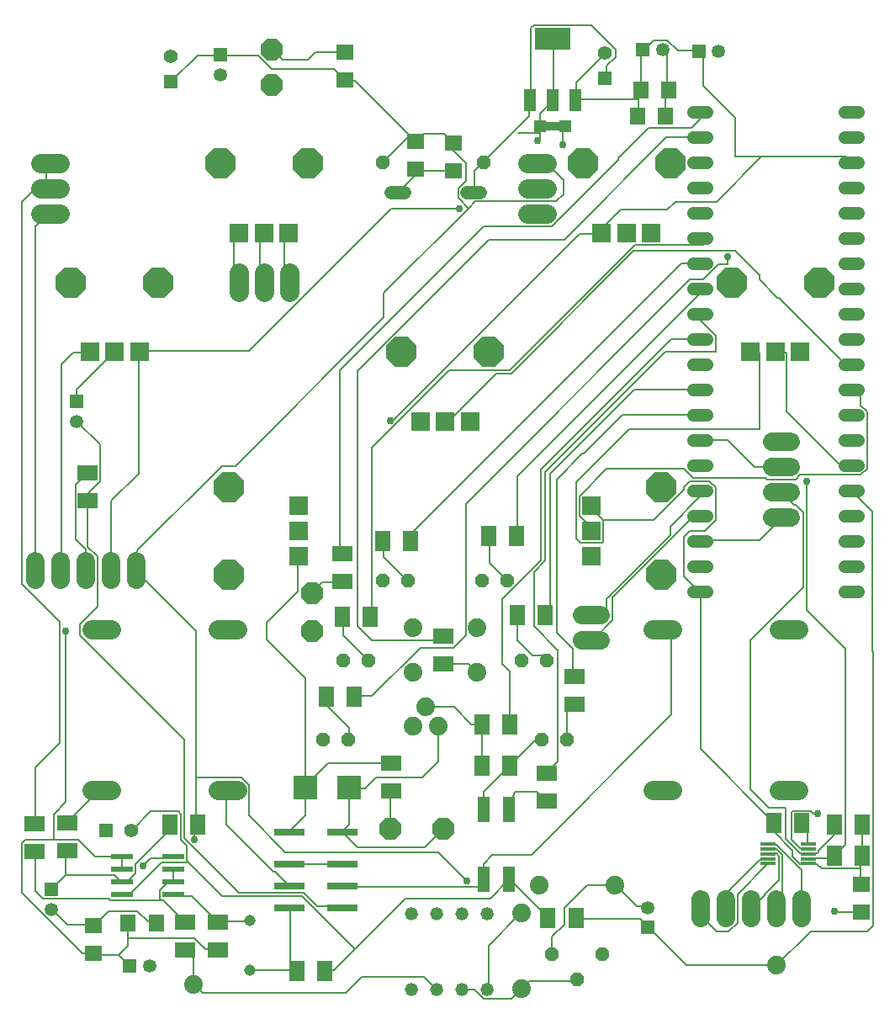
<source format=gbr>
G04 EAGLE Gerber X2 export*
%TF.Part,Single*%
%TF.FileFunction,Copper,L1,Top,Mixed*%
%TF.FilePolarity,Positive*%
%TF.GenerationSoftware,Autodesk,EAGLE,9.2.2*%
%TF.CreationDate,2019-04-19T13:44:04Z*%
G75*
%MOMM*%
%FSLAX34Y34*%
%LPD*%
%INTop Copper*%
%AMOC8*
5,1,8,0,0,1.08239X$1,22.5*%
G01*
%ADD10P,2.336880X8X202.500000*%
%ADD11R,1.350000X1.350000*%
%ADD12C,1.350000*%
%ADD13R,1.800000X1.600000*%
%ADD14R,1.600000X1.800000*%
%ADD15R,2.400000X2.400000*%
%ADD16C,1.408000*%
%ADD17R,1.408000X1.408000*%
%ADD18C,1.950000*%
%ADD19R,3.100000X0.800000*%
%ADD20R,1.270000X2.540000*%
%ADD21P,2.336880X8X22.500000*%
%ADD22R,2.000000X1.600000*%
%ADD23R,1.600000X2.000000*%
%ADD24C,1.308000*%
%ADD25R,1.879600X1.879600*%
%ADD26P,3.247170X8X292.500000*%
%ADD27P,3.247170X8X22.500000*%
%ADD28P,3.247170X8X202.500000*%
%ADD29R,1.524000X0.330200*%
%ADD30R,1.270000X1.270000*%
%ADD31C,0.812800*%
%ADD32R,1.219200X2.235200*%
%ADD33R,3.600000X2.200000*%
%ADD34P,1.429621X8X202.500000*%
%ADD35C,1.879600*%
%ADD36C,1.955800*%
%ADD37C,1.879600*%
%ADD38R,2.200000X0.600000*%
%ADD39C,1.143000*%
%ADD40C,1.320800*%
%ADD41P,1.429621X8X22.500000*%
%ADD42C,1.320800*%
%ADD43C,0.152400*%
%ADD44C,0.756400*%
%ADD45C,0.203200*%


D10*
X267672Y964694D03*
X267672Y928475D03*
D11*
X697770Y962330D03*
D12*
X717770Y962330D03*
D13*
X412595Y872038D03*
X412595Y844038D03*
X450737Y870599D03*
X450737Y842599D03*
D14*
X636299Y897536D03*
X664299Y897536D03*
X639425Y923765D03*
X667425Y923765D03*
D11*
X641639Y964091D03*
D12*
X661639Y964091D03*
D11*
X216194Y959020D03*
D12*
X216194Y939020D03*
D13*
X861632Y96183D03*
X861632Y124183D03*
D15*
X302066Y221866D03*
X346066Y221866D03*
D16*
X603556Y960896D03*
D17*
X603556Y935496D03*
D16*
X166692Y957507D03*
D17*
X166692Y932107D03*
D18*
X106250Y218850D02*
X86750Y218850D01*
X86750Y381150D02*
X106250Y381150D01*
X213750Y218850D02*
X233250Y218850D01*
X233250Y381150D02*
X213750Y381150D01*
D19*
X285941Y176872D03*
X285941Y144872D03*
X285941Y122872D03*
X285941Y100872D03*
X338941Y176872D03*
X338941Y144872D03*
X338941Y122872D03*
X338941Y100872D03*
D20*
X506899Y199394D03*
X481499Y199394D03*
X481499Y129394D03*
X506899Y129394D03*
D10*
X308500Y379478D03*
D21*
X308500Y417580D03*
D18*
X778750Y381150D02*
X798250Y381150D01*
X798250Y218850D02*
X778750Y218850D01*
X671250Y381150D02*
X651750Y381150D01*
X651750Y218850D02*
X671250Y218850D01*
D22*
X440330Y346012D03*
X440330Y374012D03*
X572942Y333354D03*
X572942Y305354D03*
D23*
X543071Y395345D03*
X515071Y395345D03*
X514224Y474884D03*
X486224Y474884D03*
X408047Y470244D03*
X380047Y470244D03*
D22*
X387866Y218297D03*
X387866Y246297D03*
D23*
X507599Y243633D03*
X479599Y243633D03*
X479612Y285242D03*
X507612Y285242D03*
D22*
X544610Y208286D03*
X544610Y236286D03*
X339206Y429029D03*
X339206Y457029D03*
X82949Y510767D03*
X82949Y538767D03*
D23*
X862692Y184359D03*
X834692Y184359D03*
X862517Y153087D03*
X834517Y153087D03*
X773725Y186046D03*
X801725Y186046D03*
D13*
X341487Y962099D03*
X341487Y934099D03*
D24*
X692260Y901700D02*
X705340Y901700D01*
X705340Y876300D02*
X692260Y876300D01*
X692260Y850900D02*
X705340Y850900D01*
X705340Y825500D02*
X692260Y825500D01*
X692260Y800100D02*
X705340Y800100D01*
X705340Y774700D02*
X692260Y774700D01*
X692260Y749300D02*
X705340Y749300D01*
X705340Y723900D02*
X692260Y723900D01*
X692260Y698500D02*
X705340Y698500D01*
X705340Y673100D02*
X692260Y673100D01*
X692260Y647700D02*
X705340Y647700D01*
X705340Y622300D02*
X692260Y622300D01*
X692260Y596900D02*
X705340Y596900D01*
X705340Y571500D02*
X692260Y571500D01*
X692260Y546100D02*
X705340Y546100D01*
X705340Y520700D02*
X692260Y520700D01*
X692260Y495300D02*
X705340Y495300D01*
X705340Y469900D02*
X692260Y469900D01*
X692260Y444500D02*
X705340Y444500D01*
X705340Y419100D02*
X692260Y419100D01*
X844660Y901700D02*
X857740Y901700D01*
X857740Y876300D02*
X844660Y876300D01*
X844660Y850900D02*
X857740Y850900D01*
X857740Y825500D02*
X844660Y825500D01*
X844660Y800100D02*
X857740Y800100D01*
X857740Y774700D02*
X844660Y774700D01*
X844660Y749300D02*
X857740Y749300D01*
X857740Y723900D02*
X844660Y723900D01*
X844660Y698500D02*
X857740Y698500D01*
X857740Y673100D02*
X844660Y673100D01*
X844660Y647700D02*
X857740Y647700D01*
X857740Y622300D02*
X844660Y622300D01*
X844660Y596900D02*
X857740Y596900D01*
X857740Y571500D02*
X844660Y571500D01*
X844660Y546100D02*
X857740Y546100D01*
X857740Y520700D02*
X844660Y520700D01*
X844660Y495300D02*
X857740Y495300D01*
X857740Y469900D02*
X844660Y469900D01*
X844660Y444500D02*
X857740Y444500D01*
X857740Y419100D02*
X844660Y419100D01*
D25*
X750000Y660000D03*
X775000Y660000D03*
X800000Y660000D03*
D26*
X731000Y730000D03*
X819000Y730000D03*
D25*
X295000Y455000D03*
X295000Y480000D03*
X295000Y505000D03*
D27*
X225000Y436000D03*
X225000Y524000D03*
D25*
X600000Y780000D03*
X625000Y780000D03*
X650000Y780000D03*
D26*
X581000Y850000D03*
X669000Y850000D03*
D25*
X590000Y505000D03*
X590000Y480000D03*
X590000Y455000D03*
D28*
X660000Y524000D03*
X660000Y436000D03*
D25*
X417500Y590000D03*
X442500Y590000D03*
X467500Y590000D03*
D26*
X398500Y660000D03*
X486500Y660000D03*
D29*
X808423Y145206D03*
X808423Y150032D03*
X808423Y155112D03*
X808423Y160192D03*
X808423Y165018D03*
X767783Y165018D03*
X767783Y160192D03*
X767783Y155112D03*
X767783Y150032D03*
X767783Y145206D03*
D25*
X85000Y660000D03*
X110000Y660000D03*
X135000Y660000D03*
D26*
X66000Y730000D03*
X154000Y730000D03*
D30*
X537690Y887107D03*
X563090Y887107D03*
D31*
X537690Y887107D01*
D32*
X527613Y913320D03*
X550727Y913320D03*
X573841Y913320D03*
D33*
X550727Y975298D03*
D34*
X405200Y430000D03*
X379800Y430000D03*
X505200Y430000D03*
X479800Y430000D03*
X545200Y350000D03*
X519800Y350000D03*
X565200Y270000D03*
X539800Y270000D03*
D23*
X367462Y393482D03*
X339462Y393482D03*
X350787Y313218D03*
X322787Y313218D03*
D34*
X365200Y350000D03*
X339800Y350000D03*
X345200Y270000D03*
X319800Y270000D03*
D35*
X30000Y430602D02*
X30000Y449398D01*
X55400Y449398D02*
X55400Y430602D01*
X80800Y430602D02*
X80800Y449398D01*
X106200Y449398D02*
X106200Y430602D01*
X131600Y430602D02*
X131600Y449398D01*
D36*
X54887Y799030D02*
X35329Y799030D01*
X35329Y824430D02*
X54887Y824430D01*
X54887Y849830D02*
X35329Y849830D01*
X525329Y799030D02*
X544887Y799030D01*
X544887Y824430D02*
X525329Y824430D01*
X525329Y849830D02*
X544887Y849830D01*
X285908Y739891D02*
X285908Y720333D01*
X260508Y720333D02*
X260508Y739891D01*
X235108Y739891D02*
X235108Y720333D01*
D25*
X235000Y780000D03*
X260000Y780000D03*
X285000Y780000D03*
D26*
X216000Y850000D03*
X304000Y850000D03*
D37*
X475012Y382606D03*
X409988Y382606D03*
X475012Y337394D03*
X409988Y337394D03*
D23*
X193342Y184719D03*
X165342Y184719D03*
D22*
X62093Y185973D03*
X62093Y157973D03*
D11*
X46555Y119279D03*
D12*
X46555Y99279D03*
D16*
X126508Y178437D03*
D17*
X101108Y178437D03*
D11*
X125012Y42305D03*
D12*
X145012Y42305D03*
D13*
X88787Y54753D03*
X88787Y82753D03*
D14*
X123599Y85679D03*
X151599Y85679D03*
D38*
X116899Y139581D03*
X168899Y139581D03*
X116899Y152281D03*
X116899Y126881D03*
X116899Y114181D03*
X168899Y152281D03*
X168899Y126881D03*
X168899Y114181D03*
D39*
X245740Y37760D03*
X245740Y87760D03*
D22*
X213937Y86198D03*
X213937Y58198D03*
D23*
X293606Y36948D03*
X321606Y36948D03*
D11*
X646719Y80837D03*
D12*
X646719Y100837D03*
D23*
X546127Y90316D03*
X574127Y90316D03*
D22*
X180608Y58405D03*
X180608Y86405D03*
X29055Y185092D03*
X29055Y157092D03*
D35*
X700000Y109398D02*
X700000Y90602D01*
X725400Y90602D02*
X725400Y109398D01*
X750800Y109398D02*
X750800Y90602D01*
X776200Y90602D02*
X776200Y109398D01*
X801600Y109398D02*
X801600Y90602D01*
D21*
X387296Y179972D03*
X440846Y179972D03*
D37*
X410439Y283600D03*
X423139Y302650D03*
X435839Y283600D03*
D11*
X71819Y610452D03*
D12*
X71819Y590452D03*
D35*
X580602Y370000D02*
X599398Y370000D01*
X599398Y395400D02*
X580602Y395400D01*
X771413Y569697D02*
X790209Y569697D01*
X790209Y544297D02*
X771413Y544297D01*
X771413Y518897D02*
X790209Y518897D01*
X790209Y493497D02*
X771413Y493497D01*
D40*
X477909Y820399D02*
X464701Y820399D01*
X401709Y820399D02*
X388501Y820399D01*
D41*
X379963Y851035D03*
X481563Y851035D03*
D37*
X519471Y19117D03*
X519471Y95317D03*
X536973Y123897D03*
X613173Y123897D03*
D41*
X549607Y54011D03*
X600407Y54011D03*
X575007Y28611D03*
D42*
X484730Y18736D03*
X459330Y18736D03*
X459330Y94936D03*
X484730Y94936D03*
X433930Y18736D03*
X408530Y18736D03*
X433930Y94936D03*
X408530Y94936D03*
D37*
X189670Y23816D03*
X776054Y42886D03*
D43*
X167640Y150876D02*
X146304Y150876D01*
X138684Y143256D01*
X167640Y150876D02*
X168899Y152281D01*
X192024Y231648D02*
X192024Y379476D01*
X192024Y231648D02*
X192024Y185928D01*
X192024Y379476D02*
X132588Y438912D01*
X192024Y185928D02*
X193342Y184719D01*
X132588Y438912D02*
X131600Y440000D01*
X190500Y182880D02*
X190500Y169164D01*
X190500Y182880D02*
X192024Y184404D01*
X193342Y184719D01*
X420084Y879526D02*
X441589Y879526D01*
X420084Y879526D02*
X412595Y872038D01*
X411480Y873252D02*
X409956Y874776D01*
X411480Y873252D02*
X412595Y872038D01*
X217932Y545592D02*
X132588Y460248D01*
X381000Y694944D02*
X381000Y719328D01*
D44*
X138684Y143256D03*
X190500Y169164D03*
D43*
X554556Y811517D02*
X561675Y818635D01*
X561675Y832913D01*
X552314Y842273D01*
X132588Y440988D02*
X131600Y440000D01*
X132588Y440988D02*
X132588Y460248D01*
X381000Y719328D02*
X466344Y804672D01*
X473189Y811517D01*
X554556Y811517D01*
X193548Y958596D02*
X167640Y932688D01*
X166692Y932107D01*
X539831Y842273D02*
X552314Y842273D01*
X539831Y842273D02*
X535108Y849830D01*
X231648Y545592D02*
X217932Y545592D01*
X231648Y545592D02*
X381000Y694944D01*
X214884Y958596D02*
X193548Y958596D01*
X214884Y958596D02*
X216194Y959020D01*
X341376Y934212D02*
X341487Y934099D01*
X342900Y932688D02*
X352044Y932688D01*
X406908Y877824D02*
X409956Y874776D01*
X406908Y877824D02*
X352044Y932688D01*
X409956Y874776D02*
X412595Y872038D01*
X406908Y877824D02*
X381000Y851916D01*
X379963Y851035D01*
X406908Y877824D02*
X412595Y872038D01*
X254508Y958596D02*
X216408Y958596D01*
X254508Y958596D02*
X268224Y944880D01*
X330708Y944880D01*
X216408Y958596D02*
X216194Y959020D01*
X435864Y156972D02*
X464820Y128016D01*
X435864Y156972D02*
X281940Y156972D01*
X245364Y193548D01*
X245364Y224028D01*
X237744Y231648D01*
X192024Y231648D01*
X451104Y862584D02*
X451104Y870204D01*
X451104Y862584D02*
X463296Y850392D01*
X463296Y832104D01*
X455676Y824484D01*
X455676Y815340D01*
X466344Y804672D01*
X451104Y870204D02*
X450737Y870599D01*
D44*
X464820Y128016D03*
D45*
X342900Y932688D02*
X330708Y944880D01*
X441589Y879526D02*
X450911Y870204D01*
X451104Y870204D01*
X342898Y932688D02*
X341487Y934099D01*
X342898Y932688D02*
X342900Y932688D01*
D43*
X699516Y470916D02*
X758952Y470916D01*
X780288Y492252D01*
X699516Y470916D02*
X698800Y469900D01*
X780288Y492252D02*
X780811Y493497D01*
X507492Y338328D02*
X507492Y286512D01*
X507492Y338328D02*
X499872Y345948D01*
X499872Y411480D01*
X538560Y450168D01*
X507492Y286512D02*
X507612Y285242D01*
X670223Y673100D02*
X698800Y673100D01*
X538560Y541436D02*
X538560Y450168D01*
X538560Y541436D02*
X670223Y673100D01*
X531876Y384048D02*
X556074Y359850D01*
X531876Y384048D02*
X531876Y438912D01*
X543113Y450149D01*
X543113Y539058D01*
X663998Y659943D01*
X714756Y659943D01*
X556074Y359850D02*
X556074Y247750D01*
X544610Y236286D01*
X699516Y691896D02*
X699516Y697992D01*
X699516Y691896D02*
X714756Y676656D01*
X714756Y659943D01*
X699516Y697992D02*
X698800Y698500D01*
X466344Y345948D02*
X440436Y345948D01*
X466344Y345948D02*
X473964Y338328D01*
X440436Y345948D02*
X440330Y346012D01*
X473964Y338328D02*
X475012Y337394D01*
X338328Y428244D02*
X318516Y428244D01*
X309372Y419100D01*
X338328Y428244D02*
X339206Y429029D01*
X309372Y419100D02*
X308500Y417580D01*
X286512Y38100D02*
X246888Y38100D01*
X286512Y38100D02*
X292608Y38100D01*
X293606Y36948D01*
X246888Y38100D02*
X245740Y37760D01*
X286512Y38100D02*
X286512Y100584D01*
X285941Y100872D01*
X286512Y38100D02*
X293606Y36948D01*
X313944Y102108D02*
X338328Y102108D01*
X313944Y102108D02*
X300228Y115824D01*
X234696Y115824D01*
X179832Y170688D01*
X179832Y269748D01*
X338328Y102108D02*
X338941Y100872D01*
X82949Y463773D02*
X82949Y510767D01*
X82949Y463773D02*
X92484Y454238D01*
X92484Y403906D01*
X74714Y386136D01*
X74714Y374866D01*
X179832Y269748D01*
X82949Y510767D02*
X82949Y517534D01*
X95235Y529820D01*
X95235Y567036D01*
X71819Y590452D01*
X387296Y217726D02*
X387296Y179972D01*
X387296Y217726D02*
X387866Y218297D01*
X345948Y220980D02*
X345948Y184404D01*
X339852Y178308D01*
X345948Y220980D02*
X346066Y221866D01*
X339852Y178308D02*
X338941Y176872D01*
X363087Y221866D02*
X372849Y231628D01*
X419507Y231628D01*
X354596Y161217D02*
X338941Y176872D01*
X422092Y161217D02*
X440846Y179972D01*
X422092Y161217D02*
X354596Y161217D01*
X419507Y231628D02*
X435839Y247960D01*
X435839Y283600D01*
D45*
X363087Y221866D02*
X362201Y220980D01*
X345948Y220980D01*
D43*
X480060Y243840D02*
X480060Y284988D01*
X480060Y243840D02*
X479599Y243633D01*
X480060Y284988D02*
X479612Y285242D01*
X468818Y285242D01*
X451409Y302650D02*
X423139Y302650D01*
X451409Y302650D02*
X468818Y285242D01*
X512614Y217932D02*
X534305Y217932D01*
X544610Y208286D01*
X512614Y217932D02*
X506899Y199394D01*
X284988Y123444D02*
X271272Y137160D01*
X269748Y137160D01*
X222504Y184404D01*
X222504Y217932D01*
X284988Y123444D02*
X285941Y122872D01*
X222504Y217932D02*
X223500Y218850D01*
X339852Y121920D02*
X478970Y121920D01*
X481499Y129394D01*
X339852Y121920D02*
X338941Y122872D01*
X670560Y295129D02*
X670560Y381000D01*
X670560Y295129D02*
X529555Y154124D01*
X489684Y154124D01*
X661500Y381150D02*
X670560Y381000D01*
X489684Y154124D02*
X481499Y145105D01*
X481499Y129394D01*
X330708Y38100D02*
X323088Y38100D01*
X330708Y38100D02*
X352044Y59436D01*
X323088Y38100D02*
X321606Y36948D01*
X413004Y842772D02*
X449580Y842772D01*
X413004Y842772D02*
X412595Y844038D01*
X449580Y842772D02*
X450737Y842599D01*
X88392Y83820D02*
X62484Y83820D01*
X47244Y99060D01*
X88392Y83820D02*
X88787Y82753D01*
X47244Y99060D02*
X46555Y99279D01*
X143256Y86868D02*
X150876Y86868D01*
X143256Y86868D02*
X132588Y97536D01*
X103632Y97536D01*
X89916Y83820D01*
X150876Y86868D02*
X151599Y85679D01*
X89916Y83820D02*
X88787Y82753D01*
X62484Y187452D02*
X94488Y219456D01*
X62484Y187452D02*
X62093Y185973D01*
X94488Y219456D02*
X96500Y218850D01*
X117348Y114300D02*
X124968Y114300D01*
X156972Y146304D01*
X181356Y146304D01*
X182880Y147828D01*
X182880Y163068D01*
X176784Y169164D01*
X176784Y195072D01*
X173736Y198120D01*
X146304Y198120D01*
X128016Y179832D01*
X117348Y114300D02*
X116899Y114181D01*
X126508Y178437D02*
X128016Y179832D01*
X298704Y112776D02*
X352044Y59436D01*
X298704Y112776D02*
X217932Y112776D01*
X182880Y147828D01*
X835064Y96183D02*
X861632Y96183D01*
X835064Y96183D02*
X834215Y97033D01*
D44*
X834215Y97033D03*
D43*
X700000Y100000D02*
X700000Y92984D01*
X728032Y76710D02*
X737084Y85762D01*
X728032Y76710D02*
X716274Y76710D01*
X700000Y92984D01*
X737084Y114507D02*
X767783Y145206D01*
X737084Y114507D02*
X737084Y85762D01*
X551688Y914400D02*
X551688Y973836D01*
X550727Y975298D01*
X537690Y887107D02*
X537690Y880757D01*
X537690Y874406D01*
X535845Y872562D01*
D44*
X535845Y872562D03*
D43*
X537690Y900283D02*
X550727Y913320D01*
X537690Y900283D02*
X537690Y887107D01*
X537690Y886746D01*
X450909Y842772D02*
X450737Y842599D01*
X515783Y880757D02*
X537690Y880757D01*
X272437Y928475D02*
X267672Y928475D01*
X402869Y110261D02*
X352044Y59436D01*
X487767Y110261D02*
X506899Y129394D01*
X487767Y110261D02*
X402869Y110261D01*
X80800Y440000D02*
X80800Y461611D01*
X70663Y471748D02*
X70663Y526481D01*
X70663Y471748D02*
X80800Y461611D01*
X70663Y526481D02*
X82949Y538767D01*
X507492Y129540D02*
X545592Y91440D01*
X546127Y90316D01*
X507492Y129540D02*
X506899Y129394D01*
X411480Y836676D02*
X411480Y842772D01*
X411480Y836676D02*
X396240Y821436D01*
X411480Y842772D02*
X412595Y844038D01*
X396240Y821436D02*
X395105Y820399D01*
D45*
X550727Y913320D02*
X551688Y914281D01*
X551688Y914400D01*
D43*
X664464Y922020D02*
X664464Y897636D01*
X664464Y922020D02*
X665988Y923544D01*
X664464Y897636D02*
X664299Y897536D01*
X665988Y923544D02*
X667425Y923765D01*
X665988Y925068D02*
X665988Y960120D01*
X662940Y963168D01*
X665988Y925068D02*
X667425Y923765D01*
X662940Y963168D02*
X661639Y964091D01*
X563090Y887107D02*
X560842Y884860D01*
X560842Y868664D01*
D44*
X560842Y868664D03*
D43*
X539800Y270000D02*
X533966Y270000D01*
X507599Y243633D01*
D44*
X817347Y195489D03*
D43*
X792778Y198332D02*
X791439Y196993D01*
X807534Y161081D02*
X808423Y160192D01*
X807534Y161081D02*
X799856Y161081D01*
X792778Y198332D02*
X810672Y198332D01*
X813515Y195489D01*
X817347Y195489D01*
X791439Y169498D02*
X799856Y161081D01*
X791439Y169498D02*
X791439Y196993D01*
X481499Y199394D02*
X481499Y217534D01*
X507599Y243633D01*
X341376Y961644D02*
X312420Y961644D01*
X304800Y954024D01*
X278892Y954024D01*
X268224Y964692D01*
X341376Y961644D02*
X341487Y962099D01*
X268224Y964692D02*
X267672Y964694D01*
X800100Y144780D02*
X807720Y144780D01*
X800100Y144780D02*
X792480Y152400D01*
X792480Y158496D01*
X774192Y176784D01*
X774192Y185928D01*
X807720Y144780D02*
X808423Y145206D01*
X774192Y185928D02*
X773725Y186046D01*
X809244Y144780D02*
X816864Y144780D01*
X809244Y144780D02*
X808423Y145206D01*
X758952Y582168D02*
X758952Y659892D01*
X750000Y660000D01*
X618967Y803148D02*
X600000Y784181D01*
X600000Y780000D01*
X618967Y803148D02*
X665988Y803148D01*
X674206Y811366D01*
X715862Y811366D01*
X760984Y856488D01*
X301752Y220980D02*
X301752Y193548D01*
X286512Y178308D01*
X301752Y220980D02*
X302066Y221866D01*
X286512Y178308D02*
X285941Y176872D01*
X301752Y223215D02*
X301752Y331911D01*
X301752Y223215D02*
X301752Y222504D01*
X262952Y387920D02*
X294132Y419100D01*
X262952Y387920D02*
X262952Y370711D01*
X301752Y331911D01*
X301752Y222504D02*
X302066Y221866D01*
X577596Y778764D02*
X603504Y778764D01*
X600000Y780000D01*
X861060Y152400D02*
X861060Y140208D01*
X861060Y124192D01*
X861632Y124183D01*
X861060Y152400D02*
X862517Y153087D01*
X862584Y153924D02*
X862584Y182880D01*
X862692Y184359D01*
X862584Y153924D02*
X862517Y153087D01*
X861060Y140208D02*
X821436Y140208D01*
X816864Y144780D01*
X574548Y914400D02*
X574548Y931164D01*
X603504Y960120D01*
X603556Y960896D01*
X637032Y922020D02*
X637032Y914400D01*
X637032Y897636D01*
X637032Y922020D02*
X638556Y923544D01*
X637032Y897636D02*
X636299Y897536D01*
X638556Y923544D02*
X639425Y923765D01*
X676656Y963168D02*
X697678Y963168D01*
X676656Y963168D02*
X665988Y973836D01*
X652272Y973836D01*
X643128Y964692D01*
X697678Y963168D02*
X697770Y962330D01*
X643128Y964692D02*
X641639Y964091D01*
X640080Y961644D02*
X640080Y925068D01*
X640080Y961644D02*
X641604Y963168D01*
X640080Y925068D02*
X639425Y923765D01*
X641604Y963168D02*
X641639Y964091D01*
X637032Y914400D02*
X574548Y914400D01*
X573841Y913320D01*
X702564Y928116D02*
X702564Y962111D01*
X702564Y928116D02*
X734568Y896112D01*
X734568Y856488D01*
X702564Y962111D02*
X697770Y962330D01*
X734568Y856488D02*
X760984Y856488D01*
X387866Y246297D02*
X324833Y246297D01*
X301752Y223215D01*
X627888Y582168D02*
X758952Y582168D01*
X627888Y582168D02*
X574548Y528828D01*
X699516Y419100D02*
X699516Y260604D01*
X772668Y187452D01*
X699516Y419100D02*
X698800Y419100D01*
X772668Y187452D02*
X773725Y186046D01*
X591312Y501396D02*
X591312Y504444D01*
X591312Y501396D02*
X601980Y490728D01*
X601980Y469392D01*
X600456Y467868D01*
X579120Y467868D01*
X574548Y472440D01*
X574548Y528828D01*
X590000Y505000D02*
X591312Y504444D01*
X601980Y490728D02*
X652272Y490728D01*
X682752Y521208D01*
X682752Y524256D01*
X688848Y530352D01*
X708660Y530352D01*
X714756Y524256D01*
X714756Y490728D01*
X704088Y480060D01*
X688848Y480060D01*
X682752Y473964D01*
X682752Y434340D01*
X697992Y419100D01*
X294132Y419100D02*
X294132Y454152D01*
X295000Y455000D01*
X390144Y591312D02*
X577596Y778764D01*
X390144Y591312D02*
X387096Y591312D01*
D44*
X387096Y591312D03*
D43*
X845612Y856488D02*
X851200Y850900D01*
X845612Y856488D02*
X760984Y856488D01*
D45*
X698800Y419100D02*
X697992Y419100D01*
D43*
X767783Y165018D02*
X768209Y164592D01*
X801600Y138969D02*
X801600Y100000D01*
X775977Y164592D02*
X768209Y164592D01*
X775977Y164592D02*
X801600Y138969D01*
X781812Y153924D02*
X775716Y160020D01*
X776200Y108447D02*
X776200Y100000D01*
X776200Y108447D02*
X781812Y114059D01*
X781812Y153924D01*
X775716Y160020D02*
X767955Y160020D01*
X767783Y160192D01*
X768096Y155448D02*
X775716Y155448D01*
X778764Y152400D01*
X778764Y128486D01*
X767783Y155112D02*
X768096Y155448D01*
X778764Y128486D02*
X764516Y114238D01*
X764516Y113716D01*
X750800Y100000D01*
X724984Y100416D02*
X724984Y114911D01*
X724984Y100416D02*
X725400Y100000D01*
X767103Y149352D02*
X767783Y150032D01*
X767103Y149352D02*
X759425Y149352D01*
X724984Y114911D01*
X785401Y170147D02*
X800100Y155448D01*
X785401Y170147D02*
X785401Y201776D01*
X833628Y182880D02*
X833628Y173736D01*
X818388Y158496D01*
X818388Y156972D01*
X816864Y155448D01*
X809244Y155448D01*
X833628Y182880D02*
X834692Y184359D01*
X809244Y155448D02*
X808423Y155112D01*
X808087Y155448D02*
X800100Y155448D01*
X808087Y155448D02*
X808423Y155112D01*
X785401Y201776D02*
X768123Y201776D01*
X749808Y220091D01*
X749808Y370332D01*
X794004Y505968D02*
X781812Y518160D01*
X794004Y505968D02*
X795528Y505968D01*
X803148Y498348D01*
X803148Y423672D01*
X749808Y370332D01*
X781812Y518160D02*
X780811Y518897D01*
X809244Y150876D02*
X808423Y150032D01*
X809244Y150876D02*
X832104Y150876D01*
X833628Y152400D01*
X834517Y153087D02*
X845820Y164390D01*
X845820Y361188D01*
X806196Y400812D01*
X806196Y530352D01*
D44*
X806196Y530352D03*
D43*
X754151Y544297D02*
X726948Y571500D01*
X754151Y544297D02*
X780811Y544297D01*
X726948Y571500D02*
X698800Y571500D01*
D45*
X834517Y153087D02*
X833830Y152400D01*
X833628Y152400D01*
D43*
X698800Y495300D02*
X693420Y495300D01*
X611124Y413004D01*
X611124Y390144D01*
X591312Y370332D01*
X590000Y370000D01*
X591312Y396240D02*
X605028Y396240D01*
X591312Y396240D02*
X590000Y395400D01*
X697992Y513588D02*
X697992Y519684D01*
X697992Y513588D02*
X669036Y484632D01*
X669036Y475488D01*
X605028Y411480D01*
X605028Y396240D01*
X697992Y519684D02*
X698800Y520700D01*
X605028Y396240D02*
X590000Y395400D01*
X786384Y600456D02*
X786384Y659892D01*
X775000Y660000D01*
X839724Y547116D02*
X861060Y547116D01*
X839724Y547116D02*
X786384Y600456D01*
X851200Y546100D02*
X861060Y547116D01*
X861060Y606552D02*
X861060Y623316D01*
X861060Y606552D02*
X867156Y600456D01*
X867156Y542544D01*
X861060Y536448D01*
X800100Y536448D01*
X795528Y531876D01*
X851200Y622300D02*
X861060Y623316D01*
X589788Y483108D02*
X589788Y480060D01*
X589788Y483108D02*
X577596Y495300D01*
X577596Y515112D01*
X605028Y542544D01*
X682752Y542544D01*
X691896Y533400D01*
X765048Y533400D01*
X766572Y531876D01*
X795528Y531876D01*
X590000Y480000D02*
X589788Y480060D01*
X777240Y714756D02*
X778764Y714756D01*
X777240Y714756D02*
X758952Y733044D01*
X758952Y737616D01*
X734568Y762000D01*
X632460Y762000D01*
X509016Y638556D01*
X845820Y647700D02*
X851200Y647700D01*
X845820Y647700D02*
X778764Y714756D01*
X446532Y591312D02*
X443484Y591312D01*
X446532Y591312D02*
X493776Y638556D01*
X509016Y638556D01*
X443484Y591312D02*
X442500Y590000D01*
X698800Y895322D02*
X698800Y901700D01*
X698800Y895322D02*
X699525Y894597D01*
X336804Y641604D02*
X336804Y460248D01*
X336804Y641604D02*
X481584Y786384D01*
X550164Y786384D01*
X617220Y853440D01*
X617220Y854964D01*
X647700Y885444D01*
X690372Y885444D01*
X699525Y894597D01*
X338328Y458724D02*
X338328Y457200D01*
X338328Y458724D02*
X336804Y460248D01*
X338328Y457200D02*
X339206Y457029D01*
X436650Y370332D02*
X440330Y374012D01*
X436650Y370332D02*
X368808Y370332D01*
X354717Y384423D01*
X354717Y641229D01*
X486615Y773127D02*
X562232Y773127D01*
X665406Y876300D02*
X698800Y876300D01*
X486615Y773127D02*
X354717Y641229D01*
X562232Y773127D02*
X665406Y876300D01*
X872541Y358851D02*
X873719Y357673D01*
X873719Y83131D01*
X867723Y77134D01*
X812116Y77134D01*
X872541Y499359D02*
X851200Y520700D01*
X872541Y499359D02*
X872541Y358851D01*
D45*
X812116Y77134D02*
X810302Y77134D01*
X776054Y42886D01*
D43*
X638556Y89916D02*
X574548Y89916D01*
X644829Y83643D02*
X646176Y82296D01*
X644829Y83643D02*
X638556Y89916D01*
X574548Y89916D02*
X574127Y90316D01*
X646176Y82296D02*
X646719Y80837D01*
D45*
X685586Y42886D02*
X776054Y42886D01*
X685586Y42886D02*
X644829Y83643D01*
D43*
X807720Y166116D02*
X807720Y181356D01*
X803148Y185928D01*
X807720Y166116D02*
X808423Y165018D01*
X803148Y185928D02*
X801725Y186046D01*
X338328Y144780D02*
X286512Y144780D01*
X285941Y144872D01*
X338328Y144780D02*
X338941Y144872D01*
X515112Y475488D02*
X515112Y534924D01*
X515112Y475488D02*
X514224Y474884D01*
X697992Y717804D02*
X697992Y723900D01*
X697992Y717804D02*
X515112Y534924D01*
X697992Y723900D02*
X698800Y723900D01*
X698800Y749300D02*
X680527Y749300D01*
X408047Y476821D01*
X408047Y470244D01*
X381000Y469392D02*
X381000Y454152D01*
X403860Y431292D01*
X381000Y469392D02*
X380047Y470244D01*
X403860Y431292D02*
X405200Y430000D01*
X487680Y448056D02*
X487680Y473964D01*
X487680Y448056D02*
X504444Y431292D01*
X487680Y473964D02*
X486224Y474884D01*
X504444Y431292D02*
X505200Y430000D01*
X515112Y394716D02*
X515112Y370332D01*
X530626Y354818D01*
X515112Y394716D02*
X515071Y395345D01*
X540902Y354298D02*
X545200Y350000D01*
X540902Y354298D02*
X530626Y354818D01*
X565200Y307583D02*
X572942Y305354D01*
X565200Y307583D02*
X565200Y270000D01*
X368808Y394716D02*
X368808Y563880D01*
X507492Y641604D02*
X633984Y768096D01*
X702564Y768096D01*
X708660Y774192D01*
X368808Y394716D02*
X367462Y393482D01*
X698800Y774700D02*
X708660Y774192D01*
X446532Y641604D02*
X368808Y563880D01*
X446532Y641604D02*
X507492Y641604D01*
X368808Y313944D02*
X352044Y313944D01*
X368808Y313944D02*
X417576Y362712D01*
X451104Y362712D01*
X463296Y374904D01*
X463296Y507492D01*
X726948Y748284D02*
X726948Y755904D01*
X352044Y313944D02*
X350787Y313218D01*
D44*
X726948Y755904D03*
D43*
X726948Y748284D02*
X717804Y748284D01*
X702564Y733044D01*
X688848Y733044D01*
X463296Y507492D01*
X339852Y393192D02*
X339852Y374904D01*
X364236Y350520D01*
X339852Y393192D02*
X339462Y393482D01*
X364236Y350520D02*
X365200Y350000D01*
X323088Y312420D02*
X323088Y304800D01*
X345948Y281940D01*
X323088Y312420D02*
X322787Y313218D01*
X345948Y281940D02*
X345200Y270000D01*
X56388Y440436D02*
X56388Y647700D01*
X68580Y659892D01*
X56388Y440436D02*
X55400Y440000D01*
X68580Y659892D02*
X85000Y660000D01*
X60960Y156972D02*
X60960Y134112D01*
X47244Y120396D01*
X60960Y156972D02*
X62093Y157973D01*
X47244Y120396D02*
X46555Y119279D01*
X164592Y178308D02*
X164592Y184404D01*
X164592Y178308D02*
X131064Y144780D01*
X131064Y135636D01*
X123444Y128016D01*
X117348Y128016D01*
X164592Y184404D02*
X165342Y184719D01*
X117348Y128016D02*
X116899Y126881D01*
X109728Y134112D02*
X60960Y134112D01*
X109728Y134112D02*
X115824Y128016D01*
X116899Y126881D01*
X117348Y140208D02*
X117348Y150876D01*
X117348Y140208D02*
X116899Y139581D01*
X117348Y150876D02*
X116899Y152281D01*
X114300Y53340D02*
X89916Y53340D01*
X114300Y53340D02*
X124968Y42672D01*
X89916Y53340D02*
X88787Y54753D01*
X124968Y42672D02*
X125012Y42305D01*
X123444Y62484D02*
X123444Y70104D01*
X123444Y85344D01*
X123444Y62484D02*
X114300Y53340D01*
X123444Y85344D02*
X123599Y85679D01*
X201168Y59436D02*
X213360Y59436D01*
X201168Y59436D02*
X190500Y70104D01*
X123444Y70104D01*
X213360Y59436D02*
X213937Y58198D01*
X115824Y152400D02*
X89916Y152400D01*
X73152Y169164D01*
X48768Y169164D02*
X19812Y169164D01*
X48768Y169164D02*
X73152Y169164D01*
X19812Y169164D02*
X16764Y166116D01*
X16764Y115824D01*
X77724Y54864D01*
X88392Y54864D01*
X115824Y152400D02*
X116899Y152281D01*
X88787Y54753D02*
X88392Y54864D01*
X60960Y207264D02*
X60960Y379476D01*
X60960Y207264D02*
X48768Y195072D01*
X48768Y169164D01*
D44*
X60960Y379476D03*
D43*
X106200Y440000D02*
X106680Y440480D01*
X134112Y537972D02*
X134112Y659892D01*
X134112Y537972D02*
X106680Y510540D01*
X134112Y659892D02*
X135000Y660000D01*
X388620Y804672D02*
X457200Y804672D01*
X388620Y804672D02*
X245364Y661416D01*
X135636Y661416D01*
X135000Y660000D01*
D44*
X457200Y804672D03*
D45*
X106680Y510540D02*
X106680Y440480D01*
D43*
X158496Y108204D02*
X179832Y86868D01*
X158496Y108204D02*
X156972Y108204D01*
X155448Y109728D01*
X155448Y118872D01*
X163068Y126492D01*
X167640Y126492D01*
X179832Y86868D02*
X180608Y86405D01*
X167640Y126492D02*
X168899Y126881D01*
X30480Y117348D02*
X30480Y156972D01*
X30480Y117348D02*
X38100Y109728D01*
X103632Y109728D01*
X105156Y108204D01*
X156972Y108204D01*
X30480Y156972D02*
X29055Y157092D01*
X169164Y138684D02*
X169164Y128016D01*
X169164Y138684D02*
X168899Y139581D01*
X169164Y128016D02*
X168899Y126881D01*
X214884Y86868D02*
X245364Y86868D01*
X214884Y86868D02*
X213937Y86198D01*
X245364Y86868D02*
X245740Y87760D01*
X187452Y112776D02*
X169164Y112776D01*
X187452Y112776D02*
X213360Y86868D01*
X169164Y112776D02*
X168899Y114181D01*
X213360Y86868D02*
X213937Y86198D01*
X30480Y440436D02*
X30480Y786384D01*
X39624Y795528D01*
X30480Y440436D02*
X30000Y440000D01*
X39624Y795528D02*
X45108Y799030D01*
X280416Y775716D02*
X280416Y728472D01*
X280416Y775716D02*
X285000Y780000D01*
X285908Y730112D02*
X280416Y728472D01*
X256032Y728472D02*
X256032Y775716D01*
X260000Y780000D01*
X260508Y730112D02*
X256032Y728472D01*
X230124Y728472D02*
X230124Y775716D01*
X235000Y780000D01*
X235108Y730112D02*
X230124Y728472D01*
X30480Y242316D02*
X30480Y185928D01*
X30480Y242316D02*
X54864Y266700D01*
X54864Y388620D01*
X16764Y426720D01*
X16764Y811000D01*
X30194Y824430D02*
X45108Y824430D01*
X30194Y824430D02*
X16764Y811000D01*
X30480Y185928D02*
X29055Y185092D01*
X41148Y822960D02*
X41148Y845820D01*
X45108Y849830D01*
X45108Y824430D02*
X41148Y822960D01*
X580644Y557784D02*
X582168Y557784D01*
X571500Y361188D02*
X571500Y333756D01*
X571500Y361188D02*
X554736Y377952D01*
X571500Y333756D02*
X572942Y333354D01*
X554736Y377952D02*
X554736Y531876D01*
X580644Y557784D01*
X582168Y557784D02*
X621284Y596900D01*
X698800Y596900D01*
X548571Y400845D02*
X543071Y395345D01*
X548571Y400845D02*
X548571Y537582D01*
X633288Y622300D01*
X698800Y622300D01*
X71819Y621819D02*
X71819Y610452D01*
X71819Y621819D02*
X110000Y660000D01*
X527304Y897636D02*
X527304Y912876D01*
X527304Y897636D02*
X481584Y851916D01*
X527304Y912876D02*
X527613Y913320D01*
X481584Y851916D02*
X481563Y851035D01*
X472440Y842772D02*
X472440Y821436D01*
X472440Y842772D02*
X480060Y850392D01*
X472440Y821436D02*
X471305Y820399D01*
X480060Y850392D02*
X481563Y851035D01*
X605028Y935736D02*
X605028Y947928D01*
X614172Y957072D01*
X614172Y964692D01*
X589788Y989076D01*
X531876Y989076D01*
X528828Y986028D01*
X528828Y914400D01*
X603556Y935496D02*
X605028Y935736D01*
X528828Y914400D02*
X527613Y913320D01*
X180608Y58405D02*
X181356Y57912D01*
D45*
X421500Y31165D02*
X433930Y18736D01*
X358798Y31165D02*
X342815Y15183D01*
X198304Y15183D01*
X189670Y23816D01*
X358798Y31165D02*
X421500Y31165D01*
X189670Y23816D02*
X189670Y49598D01*
X181356Y57912D01*
D43*
X460248Y18288D02*
X472440Y18288D01*
X481584Y9144D01*
X509016Y9144D01*
X518160Y18288D01*
X460248Y18288D02*
X459330Y18736D01*
X518160Y18288D02*
X519471Y19117D01*
X527304Y27432D02*
X574548Y27432D01*
X527304Y27432D02*
X519684Y19812D01*
X574548Y27432D02*
X575007Y28611D01*
X519684Y19812D02*
X519471Y19117D01*
X550164Y54864D02*
X550164Y71628D01*
X562356Y83820D01*
X562356Y100584D01*
X585216Y123444D01*
X612648Y123444D01*
X550164Y54864D02*
X549607Y54011D01*
X612648Y123444D02*
X613173Y123897D01*
X635508Y102108D02*
X646176Y102108D01*
X635508Y102108D02*
X614172Y123444D01*
X646176Y102108D02*
X646719Y100837D01*
X614172Y123444D02*
X613173Y123897D01*
X486156Y62484D02*
X486156Y19812D01*
X486156Y62484D02*
X518160Y94488D01*
X486156Y19812D02*
X484730Y18736D01*
X518160Y94488D02*
X519471Y95317D01*
M02*

</source>
